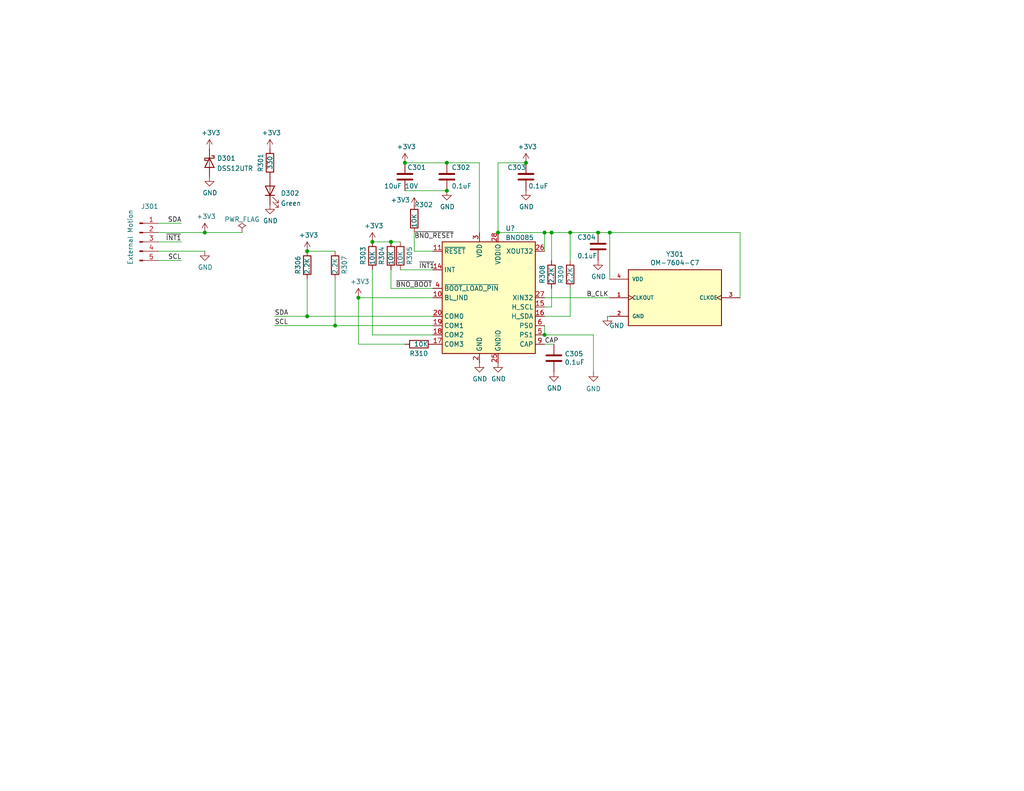
<source format=kicad_sch>
(kicad_sch (version 20211123) (generator eeschema)
  (paper "USLetter")
  (title_block (title "Slime VR Motion Daughter Card") (date "2022-03-03") (rev "1.0") (company "Copyright © 2022 Aaron Williams"))
  (lib_symbols
    (symbol "Aaron:OM-7604-C7" (pin_names (offset 1.016))
      (property "Reference" "Y" (at -12.7 8.89 0))
      (property "Value" "OM-7604-C7" (at -12.7254 -10.1854 0))
      (symbol "OM-7604-C7_0_0"
        (rectangle (start -12.7 -7.62) (end 12.7 7.62) (stroke (width 0.254)) (fill (type background)))
        (pin output clock (at 17.78 0 180) (length 5.08) (name "CLKOUT") (number "1"))
        (pin power_in line (at 17.78 -5.08 180) (length 5.08) (name "GND") (number "2"))
        (pin input clock (at -17.78 0 0) (length 5.08) (name "CLKOE") (number "3"))
        (pin power_in line (at 17.78 5.08 180) (length 5.08) (name "VDD") (number "4"))
      )
    )
    (symbol "Connector:Conn_01x05_Male" (pin_names (offset 1.016) hide)
      (property "Reference" "J" (at 0 7.62 0))
      (property "Value" "Conn_01x05_Male" (at 0 -7.62 0))
      (symbol "Conn_01x05_Male_1_1"
        (polyline (pts (xy 1.27 -5.08) (xy 0.8636 -5.08)) (stroke (width 0.1524)))
        (polyline (pts (xy 1.27 -2.54) (xy 0.8636 -2.54)) (stroke (width 0.1524)))
        (polyline (pts (xy 1.27 0) (xy 0.8636 0)) (stroke (width 0.1524)))
        (polyline (pts (xy 1.27 2.54) (xy 0.8636 2.54)) (stroke (width 0.1524)))
        (polyline (pts (xy 1.27 5.08) (xy 0.8636 5.08)) (stroke (width 0.1524)))
        (rectangle (start 0.8636 -4.953) (end 0 -5.207) (stroke (width 0.1524)) (fill (type outline)))
        (rectangle (start 0.8636 -2.413) (end 0 -2.667) (stroke (width 0.1524)) (fill (type outline)))
        (rectangle (start 0.8636 0.127) (end 0 -0.127) (stroke (width 0.1524)) (fill (type outline)))
        (rectangle (start 0.8636 2.667) (end 0 2.413) (stroke (width 0.1524)) (fill (type outline)))
        (rectangle (start 0.8636 5.207) (end 0 4.953) (stroke (width 0.1524)) (fill (type outline)))
        (pin passive line (at 5.08 5.08 180) (length 3.81) (name "Pin_1") (number "1"))
        (pin passive line (at 5.08 2.54 180) (length 3.81) (name "Pin_2") (number "2"))
        (pin passive line (at 5.08 0 180) (length 3.81) (name "Pin_3") (number "3"))
        (pin passive line (at 5.08 -2.54 180) (length 3.81) (name "Pin_4") (number "4"))
        (pin passive line (at 5.08 -5.08 180) (length 3.81) (name "Pin_5") (number "5"))
      )
    )
    (symbol "Device:C" (pin_numbers hide) (pin_names (offset 0.254))
      (property "Reference" "C" (at 0.635 2.54 0))
      (property "Value" "C" (at 0.635 -2.54 0))
      (symbol "C_0_1"
        (polyline (pts (xy -2.032 -0.762) (xy 2.032 -0.762)) (stroke (width 0.508)))
        (polyline (pts (xy -2.032 0.762) (xy 2.032 0.762)) (stroke (width 0.508)))
      )
      (symbol "C_1_1"
        (pin passive line (at 0 3.81 270) (length 2.794) (name "~") (number "1"))
        (pin passive line (at 0 -3.81 90) (length 2.794) (name "~") (number "2"))
      )
    )
    (symbol "Device:D_Schottky" (pin_numbers hide) (pin_names (offset 1.016) hide)
      (property "Reference" "D" (at 0 2.54 0))
      (property "Value" "D_Schottky" (at 0 -2.54 0))
      (symbol "D_Schottky_0_1"
        (polyline (pts (xy 1.27 0) (xy -1.27 0)))
        (polyline (pts (xy 1.27 1.27) (xy 1.27 -1.27) (xy -1.27 0) (xy 1.27 1.27)) (stroke (width 0.254)))
        (polyline (pts (xy -1.905 0.635) (xy -1.905 1.27) (xy -1.27 1.27) (xy -1.27 -1.27) (xy -0.635 -1.27) (xy -0.635 -0.635)) (stroke (width 0.254)))
      )
      (symbol "D_Schottky_1_1"
        (pin passive line (at -3.81 0 0) (length 2.54) (name "K") (number "1"))
        (pin passive line (at 3.81 0 180) (length 2.54) (name "A") (number "2"))
      )
    )
    (symbol "Device:LED" (pin_numbers hide) (pin_names (offset 1.016) hide)
      (property "Reference" "D" (at 0 2.54 0))
      (property "Value" "LED" (at 0 -2.54 0))
      (symbol "LED_0_1"
        (polyline (pts (xy -1.27 -1.27) (xy -1.27 1.27)) (stroke (width 0.254)))
        (polyline (pts (xy -1.27 0) (xy 1.27 0)))
        (polyline (pts (xy 1.27 -1.27) (xy 1.27 1.27) (xy -1.27 0) (xy 1.27 -1.27)) (stroke (width 0.254)))
        (polyline (pts (xy -3.048 -0.762) (xy -4.572 -2.286) (xy -3.81 -2.286) (xy -4.572 -2.286) (xy -4.572 -1.524)))
        (polyline (pts (xy -1.778 -0.762) (xy -3.302 -2.286) (xy -2.54 -2.286) (xy -3.302 -2.286) (xy -3.302 -1.524)))
      )
      (symbol "LED_1_1"
        (pin passive line (at -3.81 0 0) (length 2.54) (name "K") (number "1"))
        (pin passive line (at 3.81 0 180) (length 2.54) (name "A") (number "2"))
      )
    )
    (symbol "Device:R" (pin_numbers hide) (pin_names (offset 0))
      (property "Reference" "R" (at 2.032 0 90))
      (property "Value" "R" (at 0 0 90))
      (symbol "R_0_1"
        (rectangle (start -1.016 -2.54) (end 1.016 2.54) (stroke (width 0.254)))
      )
      (symbol "R_1_1"
        (pin passive line (at 0 3.81 270) (length 1.27) (name "~") (number "1"))
        (pin passive line (at 0 -3.81 90) (length 1.27) (name "~") (number "2"))
      )
    )
    (symbol "Sensor_Motion:BNO080"
      (property "Reference" "U301" (at 6.985 19.05 0))
      (property "Value" "BNO080" (at 7.62 16.51 0))
      (symbol "BNO080_0_1"
        (rectangle (start -12.7 15.24) (end 12.7 -15.24) (stroke (width 0.254)) (fill (type background)))
      )
      (symbol "BNO080_1_1"
        (pin no_connect line (at -15.24 10.16 0) (length 2.54) hide (name "PIN1") (number "1"))
        (pin input line (at -15.24 0 0) (length 2.54) (name "BL_IND") (number "10"))
        (pin input line (at -15.24 12.7 0) (length 2.54) (name "~{RESET}") (number "11"))
        (pin no_connect line (at 15.24 10.16 180) (length 2.54) hide (name "NC") (number "12"))
        (pin no_connect line (at 15.24 7.62 180) (length 2.54) hide (name "NC") (number "13"))
        (pin output line (at -15.24 7.62 0) (length 2.54) (name "INT") (number "14"))
        (pin bidirectional line (at 15.24 -2.54 180) (length 2.54) (name "H_SCL") (number "15"))
        (pin bidirectional line (at 15.24 -5.08 180) (length 2.54) (name "H_SDA") (number "16"))
        (pin input line (at -15.24 -12.7 0) (length 2.54) (name "COM3") (number "17"))
        (pin bidirectional line (at -15.24 -10.16 0) (length 2.54) (name "COM2") (number "18"))
        (pin bidirectional line (at -15.24 -7.62 0) (length 2.54) (name "COM1") (number "19"))
        (pin power_in line (at -2.54 -17.78 90) (length 2.54) (name "GND") (number "2"))
        (pin bidirectional line (at -15.24 -5.08 0) (length 2.54) (name "COM0") (number "20"))
        (pin no_connect line (at 15.24 5.08 180) (length 2.54) hide (name "NC") (number "21"))
        (pin no_connect line (at 15.24 2.54 180) (length 2.54) hide (name "NC") (number "22"))
        (pin no_connect line (at -1.27 -2.54 180) (length 2.54) hide (name "NC") (number "23"))
        (pin no_connect line (at -1.27 -5.08 180) (length 2.54) hide (name "NC") (number "24"))
        (pin power_in line (at 2.54 -17.78 90) (length 2.54) (name "GNDIO") (number "25"))
        (pin bidirectional line (at 15.24 12.7 180) (length 2.54) (name "XOUT32") (number "26"))
        (pin input line (at 15.24 0 180) (length 2.54) (name "XIN32") (number "27"))
        (pin power_in line (at 2.54 17.78 270) (length 2.54) (name "VDDIO") (number "28"))
        (pin power_in line (at -2.54 17.78 270) (length 2.54) (name "VDD") (number "3"))
        (pin input line (at -15.24 2.54 0) (length 2.54) (name "~{BOOT_LOAD_PIN}") (number "4"))
        (pin input line (at 15.24 -10.16 180) (length 2.54) (name "PS1") (number "5"))
        (pin input line (at 15.24 -7.62 180) (length 2.54) (name "PS0") (number "6"))
        (pin no_connect line (at -15.24 5.08 0) (length 2.54) hide (name "PIN7") (number "7"))
        (pin no_connect line (at -15.24 -2.54 0) (length 2.54) hide (name "PIN8") (number "8"))
        (pin passive line (at 15.24 -12.7 180) (length 2.54) (name "CAP") (number "9"))
      )
    )
    (symbol "power:+3.3V" (power) (pin_names (offset 0))
      (property "Value" "+3.3V" (at 0 3.556 0))
      (symbol "+3.3V_0_1"
        (polyline (pts (xy -0.762 1.27) (xy 0 2.54)))
        (polyline (pts (xy 0 0) (xy 0 2.54)))
        (polyline (pts (xy 0 2.54) (xy 0.762 1.27)))
      )
      (symbol "+3.3V_1_1"
        (pin power_in line (at 0 0 90) (length 0) hide (name "+3V3") (number "1"))
      )
    )
    (symbol "power:GND" (power) (pin_names (offset 0))
      (property "Value" "GND" (at 0 -3.81 0))
      (symbol "GND_0_1"
        (polyline (pts (xy 0 0) (xy 0 -1.27) (xy 1.27 -1.27) (xy 0 -2.54) (xy -1.27 -1.27) (xy 0 -1.27)))
      )
      (symbol "GND_1_1"
        (pin power_in line (at 0 0 270) (length 0) hide (name "GND") (number "1"))
      )
    )
    (symbol "power:PWR_FLAG" (power) (pin_numbers hide) (pin_names (offset 0) hide)
      (property "Value" "PWR_FLAG" (at 0 3.81 0))
      (symbol "PWR_FLAG_0_0"
        (pin power_out line (at 0 0 90) (length 0) (name "pwr") (number "1"))
      )
      (symbol "PWR_FLAG_0_1"
        (polyline (pts (xy 0 0) (xy 0 1.27) (xy -1.016 1.905) (xy 0 2.54) (xy 1.016 1.905) (xy 0 1.27)))
      )
    )
  )
  (junction (at 101.6 66.04))
  (junction (at 143.51 44.45))
  (junction (at 97.79 81.28))
  (junction (at 148.59 63.5))
  (junction (at 121.92 52.07))
  (junction (at 135.89 63.5))
  (junction (at 155.575 63.5))
  (junction (at 163.195 63.5))
  (junction (at 55.88 63.5))
  (junction (at 83.82 86.36))
  (junction (at 150.495 63.5))
  (junction (at 106.68 66.04))
  (junction (at 166.37 63.5))
  (junction (at 91.44 88.9))
  (junction (at 83.82 68.58))
  (junction (at 121.92 44.45))
  (junction (at 148.59 91.44))
  (junction (at 110.49 44.45))
  (wire (pts (xy 155.575 71.12) (xy 155.575 63.5)))
  (wire (pts (xy 201.93 63.5) (xy 201.93 81.28)))
  (wire (pts (xy 121.92 44.45) (xy 130.81 44.45)))
  (wire (pts (xy 110.49 44.45) (xy 121.92 44.45)))
  (wire (pts (xy 118.11 78.74) (xy 106.68 78.74)))
  (wire (pts (xy 150.495 78.74) (xy 150.495 83.82)))
  (wire (pts (xy 155.575 86.36) (xy 155.575 78.74)))
  (wire (pts (xy 43.18 60.96) (xy 49.53 60.96)))
  (wire (pts (xy 163.195 63.5) (xy 166.37 63.5)))
  (wire (pts (xy 148.59 88.9) (xy 148.59 91.44)))
  (wire (pts (xy 166.37 63.5) (xy 166.37 76.2)))
  (wire (pts (xy 150.495 63.5) (xy 150.495 71.12)))
  (wire (pts (xy 148.59 91.44) (xy 161.925 91.44)))
  (wire (pts (xy 150.495 83.82) (xy 148.59 83.82)))
  (wire (pts (xy 135.89 44.45) (xy 143.51 44.45)))
  (wire (pts (xy 83.82 76.2) (xy 83.82 86.36)))
  (wire (pts (xy 113.03 68.58) (xy 118.11 68.58)))
  (wire (pts (xy 135.89 63.5) (xy 148.59 63.5)))
  (wire (pts (xy 148.59 81.28) (xy 166.37 81.28)))
  (wire (pts (xy 113.03 68.58) (xy 113.03 63.5)))
  (wire (pts (xy 74.93 88.9) (xy 91.44 88.9)))
  (wire (pts (xy 110.49 52.07) (xy 121.92 52.07)))
  (wire (pts (xy 166.37 63.5) (xy 201.93 63.5)))
  (wire (pts (xy 83.82 86.36) (xy 74.93 86.36)))
  (wire (pts (xy 148.59 68.58) (xy 148.59 63.5)))
  (wire (pts (xy 97.79 93.98) (xy 110.49 93.98)))
  (wire (pts (xy 43.18 71.12) (xy 49.53 71.12)))
  (wire (pts (xy 166.37 86.36) (xy 165.735 86.36)))
  (wire (pts (xy 83.82 68.58) (xy 91.44 68.58)))
  (wire (pts (xy 43.18 63.5) (xy 55.88 63.5)))
  (wire (pts (xy 161.925 91.44) (xy 161.925 101.6)))
  (wire (pts (xy 101.6 66.04) (xy 106.68 66.04)))
  (wire (pts (xy 97.79 81.28) (xy 97.79 93.98)))
  (wire (pts (xy 101.6 91.44) (xy 118.11 91.44)))
  (wire (pts (xy 155.575 63.5) (xy 163.195 63.5)))
  (wire (pts (xy 101.6 73.66) (xy 101.6 91.44)))
  (wire (pts (xy 91.44 88.9) (xy 118.11 88.9)))
  (wire (pts (xy 148.59 86.36) (xy 155.575 86.36)))
  (wire (pts (xy 148.59 93.98) (xy 151.13 93.98)))
  (wire (pts (xy 109.22 73.66) (xy 118.11 73.66)))
  (wire (pts (xy 91.44 88.9) (xy 91.44 76.2)))
  (wire (pts (xy 43.18 68.58) (xy 55.88 68.58)))
  (wire (pts (xy 106.68 66.04) (xy 109.22 66.04)))
  (wire (pts (xy 97.79 81.28) (xy 118.11 81.28)))
  (wire (pts (xy 130.81 44.45) (xy 130.81 63.5)))
  (wire (pts (xy 113.03 55.88) (xy 113.03 56.515)))
  (wire (pts (xy 150.495 63.5) (xy 155.575 63.5)))
  (wire (pts (xy 106.68 78.74) (xy 106.68 73.66)))
  (wire (pts (xy 49.53 66.04) (xy 43.18 66.04)))
  (wire (pts (xy 135.89 44.45) (xy 135.89 63.5)))
  (wire (pts (xy 148.59 63.5) (xy 150.495 63.5)))
  (wire (pts (xy 55.88 63.5) (xy 66.04 63.5)))
  (wire (pts (xy 118.11 86.36) (xy 83.82 86.36)))
  (label "~{INT1}" (at 114.3 73.66 0))
  (label "SDA" (at 74.93 86.36 0))
  (label "SCL" (at 49.53 71.12 180))
  (label "CAP" (at 148.59 93.98 0))
  (label "B_CLK" (at 160.02 81.28 0))
  (label "~{BNO_RESET}" (at 113.03 65.405 0))
  (label "~{INT1}" (at 49.53 66.04 180))
  (label "SDA" (at 49.53 60.96 180))
  (label "SCL" (at 74.93 88.9 0))
  (label "~{BNO_BOOT}" (at 107.95 78.74 0))
  (symbol (lib_id "Device:C") (at 121.92 48.26 0) (unit 1)
    (property "Reference" "C302" (at 123.19 45.72 0) (effects (justify left)))
    (property "Value" "0.1uF" (at 123.19 50.8 0) (effects (justify left)))
    (property "Footprint" "Capacitor_SMD:C_0603_1608Metric" (effects hide))
    (property "MFR" "KEMET" (effects hide))
    (property "MPN" "C0603C104M3RAC7867" (effects hide))
    (property "SPR" "Digikey" (effects hide))
    (property "SPN" "399-C0603C104M3RAC7867CT-ND" (effects hide))
    (property "SPURL" "https://www.digikey.com/en/products/detail/kemet/C0603C104M3RAC7867/416046" (effects hide))
    (property "DESC" "0.1 µF ±20% 25V Ceramic Capacitor X7R 0603 (1608 Metric)" (effects hide))
    (property "MANUFACTURER" "KEMET" (effects hide))
  )
  (symbol (lib_id "Device:R") (at 83.82 72.39 0) (unit 1)
    (property "Reference" "R306" (at 81.28 74.93 90) (effects (justify left)))
    (property "Value" "2.2K" (at 83.82 74.93 90) (effects (justify left)))
    (property "Footprint" "Resistor_SMD:R_0603_1608Metric" (effects hide))
    (property "MFR" "Yageo" (effects hide))
    (property "MPN" "RC0603FR-074K7L" (effects hide))
    (property "SPR" "Digikey" (effects hide))
    (property "SPN" "311-4.70KHRCT-ND" (effects hide))
    (property "SPURL" "https://www.digikey.com/en/products/detail/yageo/RC0603FR-074K7L/727212" (effects hide))
    (property "DESC" "0 Ohms Jumper 0.063W, 1/16W Chip Resistor 0402 (1005 Metric) Moisture Resistant Thick Film" (effects hide))
    (property "MANUFACTURER" "YAGEO" (effects hide))
  )
  (symbol (lib_id "power:GND") (at 73.66 55.88 0) (unit 1)
    (property "Reference" "#PWR0308" (effects hide))
    (property "Value" "GND" (at 73.787 60.2742 0))
  )
  (symbol (lib_id "power:GND") (at 57.15 48.26 0) (unit 1)
    (property "Reference" "#PWR0305" (effects hide))
    (property "Value" "GND" (at 57.277 52.6542 0))
  )
  (symbol (lib_id "power:+3.3V") (at 83.82 68.58 0) (unit 1)
    (property "Reference" "#PWR0313" (effects hide))
    (property "Value" "+3.3V" (at 84.201 64.1858 0))
  )
  (symbol (lib_id "power:GND") (at 165.735 86.36 0) (unit 1)
    (property "Reference" "#PWR0316" (effects hide))
    (property "Value" "GND" (at 168.275 88.9 0))
  )
  (symbol (lib_id "Sensor_Motion:BNO080") (at 133.35 81.28 0) (unit 1)
    (property "Reference" "U?" (at 137.9094 62.3402 0) (effects (justify left)))
    (property "Value" "BNO085" (at 137.9094 64.8771 0) (effects (justify left)))
    (property "Footprint" "Package_LGA:LGA-28_5.2x3.8mm_P0.5mm" (effects hide))
    (property "Datasheet" "https://www.ceva-dsp.com/wp-content/uploads/2019/10/BNO080_085-Datasheet.pdf" (effects hide))
    (property "MFR" "CEVA Technologies, Inc." (effects hide))
    (property "MPN" "BNO085" (effects hide))
    (property "SPR" "Digikey" (effects hide))
    (property "SPN" "1888-1006-1-ND" (effects hide))
    (property "SPURL" "https://www.digikey.com/en/products/detail/ceva-technologies-inc/BNO085/9445940" (effects hide))
    (property "DESC" "Accelerometer, Gyroscope, Magnetometer, 9 Axis Sensor I²C, SPI, UART Output" (effects hide))
    (property "MANUFACTURER" "CEVA Technologies, Inc." (effects hide))
  )
  (symbol (lib_id "power:+3.3V") (at 55.88 63.5 0) (unit 1)
    (property "Reference" "#PWR0310" (effects hide))
    (property "Value" "+3.3V" (at 56.261 59.1058 0))
  )
  (symbol (lib_id "power:GND") (at 121.92 52.07 0) (unit 1)
    (property "Reference" "#PWR0306" (effects hide))
    (property "Value" "GND" (at 122.047 56.4642 0))
  )
  (symbol (lib_id "Device:R") (at 150.495 74.93 0) (unit 1)
    (property "Reference" "R308" (at 147.955 77.47 90) (effects (justify left)))
    (property "Value" "2.2K" (at 150.495 77.47 90) (effects (justify left)))
    (property "Footprint" "Resistor_SMD:R_0603_1608Metric" (effects hide))
    (property "MFR" "Yageo" (effects hide))
    (property "MPN" "RC0603FR-074K7L" (effects hide))
    (property "SPR" "Digikey" (effects hide))
    (property "SPN" "311-4.70KHRCT-ND" (effects hide))
    (property "SPURL" "https://www.digikey.com/en/products/detail/yageo/RC0603FR-074K7L/727212" (effects hide))
    (property "DESC" "0 Ohms Jumper 0.063W, 1/16W Chip Resistor 0402 (1005 Metric) Moisture Resistant Thick Film" (effects hide))
    (property "MANUFACTURER" "YAGEO" (effects hide))
  )
  (symbol (lib_id "power:+3.3V") (at 73.66 40.64 0) (unit 1)
    (property "Reference" "#PWR0302" (effects hide))
    (property "Value" "+3.3V" (at 74.041 36.2458 0))
  )
  (symbol (lib_id "Device:R") (at 101.6 69.85 0) (unit 1)
    (property "Reference" "R303" (at 99.06 72.39 90) (effects (justify left)))
    (property "Value" "10K" (at 101.6 72.39 90) (effects (justify left)))
    (property "Footprint" "Resistor_SMD:R_0603_1608Metric" (effects hide))
    (property "MFR" "Yageo" (effects hide))
    (property "MPN" "RC0402FR-070RL" (effects hide))
    (property "SPR" "Digikey" (effects hide))
    (property "SPN" "311-0.0LRCT-ND" (effects hide))
    (property "SPURL" "https://www.digikey.com/en/products/detail/yageo/RC0402FR-070RL/2827570" (effects hide))
    (property "DESC" "10 kOhms ±1% 0.1W, 1/10W Chip Resistor 0603 (1608 Metric) Moisture Resistant Thick Film" (effects hide))
    (property "MANUFACTURER" "YAGEO" (effects hide))
  )
  (symbol (lib_id "Device:C") (at 163.195 67.31 0) (unit 1)
    (property "Reference" "C304" (at 157.48 64.77 0) (effects (justify left)))
    (property "Value" "0.1uF" (at 157.48 69.85 0) (effects (justify left)))
    (property "Footprint" "Capacitor_SMD:C_0603_1608Metric" (effects hide))
    (property "MFR" "KEMET" (effects hide))
    (property "MPN" "C0603C104M3RAC7867" (effects hide))
    (property "SPR" "Digikey" (effects hide))
    (property "SPN" "399-C0603C104M3RAC7867CT-ND" (effects hide))
    (property "SPURL" "https://www.digikey.com/en/products/detail/kemet/C0603C104M3RAC7867/416046" (effects hide))
    (property "DESC" "0.1 µF ±20% 25V Ceramic Capacitor X7R 0603 (1608 Metric)" (effects hide))
    (property "MANUFACTURER" "KEMET" (effects hide))
  )
  (symbol (lib_id "Device:C") (at 151.13 97.79 0) (unit 1)
    (property "Reference" "C305" (at 154.051 96.6216 0) (effects (justify left)))
    (property "Value" "0.1uF" (at 154.051 98.933 0) (effects (justify left)))
    (property "Footprint" "Capacitor_SMD:C_0603_1608Metric" (effects hide))
    (property "MFR" "KEMET" (effects hide))
    (property "MPN" "C0603C104M3RAC7867" (effects hide))
    (property "SPR" "Digikey" (effects hide))
    (property "SPN" "399-C0603C104M3RAC7867CT-ND" (effects hide))
    (property "SPURL" "https://www.digikey.com/en/products/detail/kemet/C0603C104M3RAC7867/416046" (effects hide))
    (property "DESC" "0.1 µF ±20% 25V Ceramic Capacitor X7R 0603 (1608 Metric)" (effects hide))
    (property "MANUFACTURER" "KEMET" (effects hide))
  )
  (symbol (lib_id "power:GND") (at 130.81 99.06 0) (unit 1)
    (property "Reference" "#PWR0101" (effects hide))
    (property "Value" "GND" (at 130.937 103.4542 0))
  )
  (symbol (lib_id "Device:R") (at 113.03 59.69 0) (unit 1)
    (property "Reference" "R302" (at 113.03 55.88 0) (effects (justify left)))
    (property "Value" "10K" (at 113.03 62.23 90) (effects (justify left)))
    (property "Footprint" "Resistor_SMD:R_0603_1608Metric" (effects hide))
    (property "MFR" "Yageo" (effects hide))
    (property "MPN" "RC0402FR-070RL" (effects hide))
    (property "SPR" "Digikey" (effects hide))
    (property "SPN" "311-0.0LRCT-ND" (effects hide))
    (property "SPURL" "https://www.digikey.com/en/products/detail/yageo/RC0402FR-070RL/2827570" (effects hide))
    (property "DESC" "10 kOhms ±1% 0.1W, 1/10W Chip Resistor 0603 (1608 Metric) Moisture Resistant Thick Film" (effects hide))
    (property "MANUFACTURER" "YAGEO" (effects hide))
  )
  (symbol (lib_id "power:GND") (at 163.195 71.12 0) (unit 1)
    (property "Reference" "#PWR0314" (effects hide))
    (property "Value" "GND" (at 163.322 75.5142 0))
  )
  (symbol (lib_id "Aaron:OM-7604-C7") (at 184.15 81.28 0) (mirror y) (unit 1)
    (property "Reference" "Y301" (at 184.15 69.4182 0))
    (property "Value" "OM-7604-C7" (at 184.15 71.7296 0))
    (property "Footprint" "Aaron:OSC_OM-7604-C7" (effects hide))
    (property "Datasheet" "32.768 kHz XO (Standard) CMOS Oscillator 1.2V ~ 5.5V Enable/Disable 4-SMD, No Lead" (effects hide))
    (property "MANUFACTURER" "MICRO CRYSTAL" (effects hide))
    (property "STANDARD" "Manufacturer Recommendations" (effects hide))
    (property "MAXIMUM_PACKAGE_HEIGHT" "0.7 mm" (effects hide))
    (property "PARTREV" "4.2/06.2019" (effects hide))
    (property "MFR" "Micro Crystal AG" (effects hide))
    (property "MPN" "OM-7604-C7-32.768KHZ-20PPM-TA-QC" (effects hide))
    (property "SPR" "Digikey" (effects hide))
    (property "SPN" "2195-OM-7604-C7-32.768KHZ-20PPM-TA-QCCT-ND" (effects hide))
    (property "SPURL" "https://www.digikey.com/en/products/detail/micro-crystal-ag/OM-7604-C7-32-768KHZ-20PPM-TA-QC/10431069" (effects hide))
    (property "DESC" "32.768 kHz XO (Standard) CMOS Oscillator 1.2V ~ 5.5V Enable/Disable 4-SMD, No Lead" (effects hide))
  )
  (symbol (lib_id "Device:R") (at 114.3 93.98 90) (unit 1)
    (property "Reference" "R310" (at 116.84 96.52 90) (effects (justify left)))
    (property "Value" "10K" (at 116.84 93.98 90) (effects (justify left)))
    (property "Footprint" "Resistor_SMD:R_0603_1608Metric" (effects hide))
    (property "MFR" "Yageo" (effects hide))
    (property "MPN" "RC0402FR-070RL" (effects hide))
    (property "SPR" "Digikey" (effects hide))
    (property "SPN" "311-0.0LRCT-ND" (effects hide))
    (property "SPURL" "https://www.digikey.com/en/products/detail/yageo/RC0402FR-070RL/2827570" (effects hide))
    (property "DESC" "10 kOhms ±1% 0.1W, 1/10W Chip Resistor 0603 (1608 Metric) Moisture Resistant Thick Film" (effects hide))
    (property "MANUFACTURER" "YAGEO" (effects hide))
  )
  (symbol (lib_id "power:GND") (at 161.925 101.6 0) (unit 1)
    (property "Reference" "#PWR0319" (effects hide))
    (property "Value" "GND" (at 161.925 106.1625 0))
  )
  (symbol (lib_id "Device:R") (at 106.68 69.85 0) (unit 1)
    (property "Reference" "R304" (at 104.14 72.39 90) (effects (justify left)))
    (property "Value" "10K" (at 106.68 72.39 90) (effects (justify left)))
    (property "Footprint" "Resistor_SMD:R_0603_1608Metric" (effects hide))
    (property "MFR" "Yageo" (effects hide))
    (property "MPN" "RC0402FR-070RL" (effects hide))
    (property "SPR" "Digikey" (effects hide))
    (property "SPN" "311-0.0LRCT-ND" (effects hide))
    (property "SPURL" "https://www.digikey.com/en/products/detail/yageo/RC0402FR-070RL/2827570" (effects hide))
    (property "DESC" "10 kOhms ±1% 0.1W, 1/10W Chip Resistor 0603 (1608 Metric) Moisture Resistant Thick Film" (effects hide))
    (property "MANUFACTURER" "YAGEO" (effects hide))
  )
  (symbol (lib_id "power:+3.3V") (at 110.49 44.45 0) (unit 1)
    (property "Reference" "#PWR0303" (effects hide))
    (property "Value" "+3.3V" (at 110.871 40.0558 0))
  )
  (symbol (lib_id "power:GND") (at 151.13 101.6 0) (unit 1)
    (property "Reference" "#PWR0318" (effects hide))
    (property "Value" "GND" (at 151.257 105.9942 0))
  )
  (symbol (lib_id "power:+3.3V") (at 57.15 40.64 0) (unit 1)
    (property "Reference" "#PWR0301" (effects hide))
    (property "Value" "+3.3V" (at 57.531 36.2458 0))
  )
  (symbol (lib_id "power:+3.3V") (at 101.6 66.04 0) (unit 1)
    (property "Reference" "#PWR0311" (effects hide))
    (property "Value" "+3.3V" (at 101.981 61.6458 0))
  )
  (symbol (lib_id "power:GND") (at 135.89 99.06 0) (unit 1)
    (property "Reference" "#PWR0317" (effects hide))
    (property "Value" "GND" (at 136.017 103.4542 0))
  )
  (symbol (lib_id "Device:C") (at 110.49 48.26 0) (unit 1)
    (property "Reference" "C301" (at 111.125 45.72 0) (effects (justify left)))
    (property "Value" "10uF 10V" (at 104.775 50.8 0) (effects (justify left)))
    (property "Footprint" "Capacitor_SMD:C_0603_1608Metric" (effects hide))
    (property "MFR" "Samsung Electro-Mechanics" (effects hide))
    (property "MPN" "CL10A106MP8NNNC" (effects hide))
    (property "SPR" "Digikey" (effects hide))
    (property "SPN" "1276-1871-1-ND" (effects hide))
    (property "SPURL" "https://www.digikey.com/en/products/detail/samsung-electro-mechanics/CL10A106MP8NNNC/3887529" (effects hide))
    (property "DESC" "10 µF ±20% 10V Ceramic Capacitor X5R 0603 (1608 Metric)" (effects hide))
    (property "MANUFACTURER" "Samsung Electro-Mechanics" (effects hide))
  )
  (symbol (lib_id "power:GND") (at 143.51 52.07 0) (unit 1)
    (property "Reference" "#PWR0307" (effects hide))
    (property "Value" "GND" (at 143.637 56.4642 0))
  )
  (symbol (lib_id "power:+3.3V") (at 97.79 81.28 0) (unit 1)
    (property "Reference" "#PWR0315" (effects hide))
    (property "Value" "+3.3V" (at 98.171 76.8858 0))
  )
  (symbol (lib_id "Device:R") (at 73.66 44.45 180) (unit 1)
    (property "Reference" "R301" (at 71.12 44.45 90))
    (property "Value" "330" (at 73.66 44.45 90))
    (property "Footprint" "Resistor_SMD:R_0603_1608Metric" (effects hide))
    (property "DESC" "330 Ohms ±1% 0.1W, 1/10W Chip Resistor 0603 (1608 Metric) Moisture Resistant Thick Film" (effects hide))
    (property "MANUFACTURER" "YAGEO" (effects hide))
    (property "MFR" "YAGEO" (effects hide))
    (property "MPN" "RC0603FR-07330RL" (effects hide))
    (property "SPN" "311-330HRCT-ND" (effects hide))
    (property "SPR" "Digikey" (effects hide))
    (property "SPURL" "https://www.digikey.com/en/products/detail/yageo/RC0603FR-07330RL/727162" (effects hide))
  )
  (symbol (lib_id "power:+3.3V") (at 113.03 56.515 0) (unit 1)
    (property "Reference" "#PWR0309" (effects hide))
    (property "Value" "+3.3V" (at 109.22 54.61 0))
  )
  (symbol (lib_id "power:+3.3V") (at 143.51 44.45 0) (unit 1)
    (property "Reference" "#PWR0304" (effects hide))
    (property "Value" "+3.3V" (at 143.891 40.0558 0))
  )
  (symbol (lib_id "power:PWR_FLAG") (at 66.04 63.5 0) (unit 1)
    (property "Reference" "#FLG0301" (effects hide))
    (property "Value" "PWR_FLAG" (at 66.04 59.8955 0))
  )
  (symbol (lib_id "Device:D_Schottky") (at 57.15 44.45 270) (unit 1)
    (property "Reference" "D301" (at 59.182 43.224 90) (effects (justify left)))
    (property "Value" "DSS12UTR" (at 59.182 45.9991 90) (effects (justify left)))
    (property "Footprint" "Diode_SMD:D_SOD-123F" (effects hide))
    (property "MFR" "SMC Diode Solutions" (effects hide))
    (property "MPN" "DSS12UTR" (effects hide))
    (property "SPR" "Digikey" (effects hide))
    (property "SPN" "1655-1925-1-ND" (effects hide))
    (property "SPURL" "https://www.digikey.com/en/products/detail/smc-diode-solutions/DSS12UTR/8341857" (effects hide))
    (property "DESC" "Diode Schottky 20 V 1A Surface Mount SOD-123FL" (effects hide))
  )
  (symbol (lib_id "Device:C") (at 143.51 48.26 0) (unit 1)
    (property "Reference" "C303" (at 138.43 45.72 0) (effects (justify left)))
    (property "Value" "0.1uF" (at 144.145 50.8 0) (effects (justify left)))
    (property "Footprint" "Capacitor_SMD:C_0603_1608Metric" (effects hide))
    (property "MFR" "KEMET" (effects hide))
    (property "MPN" "C0603C104M3RAC7867" (effects hide))
    (property "SPR" "Digikey" (effects hide))
    (property "SPN" "399-C0603C104M3RAC7867CT-ND" (effects hide))
    (property "SPURL" "https://www.digikey.com/en/products/detail/kemet/C0603C104M3RAC7867/416046" (effects hide))
    (property "DESC" "0.1 µF ±20% 25V Ceramic Capacitor X7R 0603 (1608 Metric)" (effects hide))
    (property "MANUFACTURER" "KEMET" (effects hide))
  )
  (symbol (lib_id "Device:R") (at 155.575 74.93 0) (unit 1)
    (property "Reference" "R309" (at 153.035 77.47 90) (effects (justify left)))
    (property "Value" "2.2K" (at 155.575 77.47 90) (effects (justify left)))
    (property "Footprint" "Resistor_SMD:R_0603_1608Metric" (effects hide))
    (property "MFR" "Yageo" (effects hide))
    (property "MPN" "RC0603FR-074K7L" (effects hide))
    (property "SPR" "Digikey" (effects hide))
    (property "SPN" "311-4.70KHRCT-ND" (effects hide))
    (property "SPURL" "https://www.digikey.com/en/products/detail/yageo/RC0603FR-074K7L/727212" (effects hide))
    (property "DESC" "0 Ohms Jumper 0.063W, 1/16W Chip Resistor 0402 (1005 Metric) Moisture Resistant Thick Film" (effects hide))
    (property "MANUFACTURER" "YAGEO" (effects hide))
  )
  (symbol (lib_id "Device:LED") (at 73.66 52.07 90) (unit 1)
    (property "Reference" "D302" (at 76.581 52.749 90) (effects (justify right)))
    (property "Value" "Green" (at 76.581 55.5241 90) (effects (justify right)))
    (property "Footprint" "LED_SMD:LED_0603_1608Metric" (effects hide))
    (property "DESC" "Green 573nm LED Indication - Discrete 2V 0603 (1608 Metric)" (effects hide))
    (property "MANUFACTURER" "Würth Elektronik" (effects hide))
    (property "MFR" "Würth Elektronik" (effects hide))
    (property "MPN" "150060VS55040" (effects hide))
    (property "SPN" "732-12017-1-ND" (effects hide))
    (property "SPR" "Digikey" (effects hide))
    (property "SPURL" "https://www.digikey.com/en/products/detail/w%C3%BCrth-elektronik/150060VS55040/8557182" (effects hide))
  )
  (symbol (lib_id "power:GND") (at 55.88 68.58 0) (unit 1)
    (property "Reference" "#PWR0312" (effects hide))
    (property "Value" "GND" (at 56.007 72.9742 0))
  )
  (symbol (lib_id "Device:R") (at 109.22 69.85 0) (unit 1)
    (property "Reference" "R305" (at 111.76 72.39 90) (effects (justify left)))
    (property "Value" "10K" (at 109.22 72.39 90) (effects (justify left)))
    (property "Footprint" "Resistor_SMD:R_0603_1608Metric" (effects hide))
    (property "MFR" "Yageo" (effects hide))
    (property "MPN" "RC0402FR-070RL" (effects hide))
    (property "SPR" "Digikey" (effects hide))
    (property "SPN" "311-0.0LRCT-ND" (effects hide))
    (property "SPURL" "https://www.digikey.com/en/products/detail/yageo/RC0402FR-070RL/2827570" (effects hide))
    (property "DESC" "10 kOhms ±1% 0.1W, 1/10W Chip Resistor 0603 (1608 Metric) Moisture Resistant Thick Film" (effects hide))
    (property "MANUFACTURER" "YAGEO" (effects hide))
  )
  (symbol (lib_id "Device:R") (at 91.44 72.39 0) (unit 1)
    (property "Reference" "R307" (at 93.98 74.93 90) (effects (justify left)))
    (property "Value" "2.2K" (at 91.44 74.93 90) (effects (justify left)))
    (property "Footprint" "Resistor_SMD:R_0603_1608Metric" (effects hide))
    (property "MFR" "Yageo" (effects hide))
    (property "MPN" "RC0603FR-074K7L" (effects hide))
    (property "SPR" "Digikey" (effects hide))
    (property "SPN" "311-4.70KHRCT-ND" (effects hide))
    (property "SPURL" "https://www.digikey.com/en/products/detail/yageo/RC0603FR-074K7L/727212" (effects hide))
    (property "DESC" "0 Ohms Jumper 0.063W, 1/16W Chip Resistor 0402 (1005 Metric) Moisture Resistant Thick Film" (effects hide))
    (property "MANUFACTURER" "YAGEO" (effects hide))
  )
  (symbol (lib_id "Connector:Conn_01x05_Male") (at 38.1 66.04 0) (unit 1)
    (property "Reference" "J301" (at 40.8432 56.3626 0))
    (property "Value" "External Motion" (at 35.56 64.77 90))
    (property "Footprint" "Connector_JST:JST_PH_S5B-PH-K_1x05_P2.00mm_Horizontal" (effects hide))
    (property "MFR" "JST Sales America Inc." (effects hide))
    (property "MPN" "B5B-PH-SM4-TBT(LF)(SN)" (effects hide))
    (property "SPR" "Digikey" (effects hide))
    (property "SPN" "455-3362-1-ND" (effects hide))
    (property "SPURL" "https://www.digikey.com/en/products/detail/jst-sales-america-inc/B5B-PH-SM4-TBT-LF-SN/9918859" (effects hide))
    (property "DESC" "Connector Header Surface Mount 5 position 0.079\" (2.00mm)" (effects hide))
    (property "MANUFACTURER" "JST Sales America Inc." (effects hide))
  )
)
</source>
